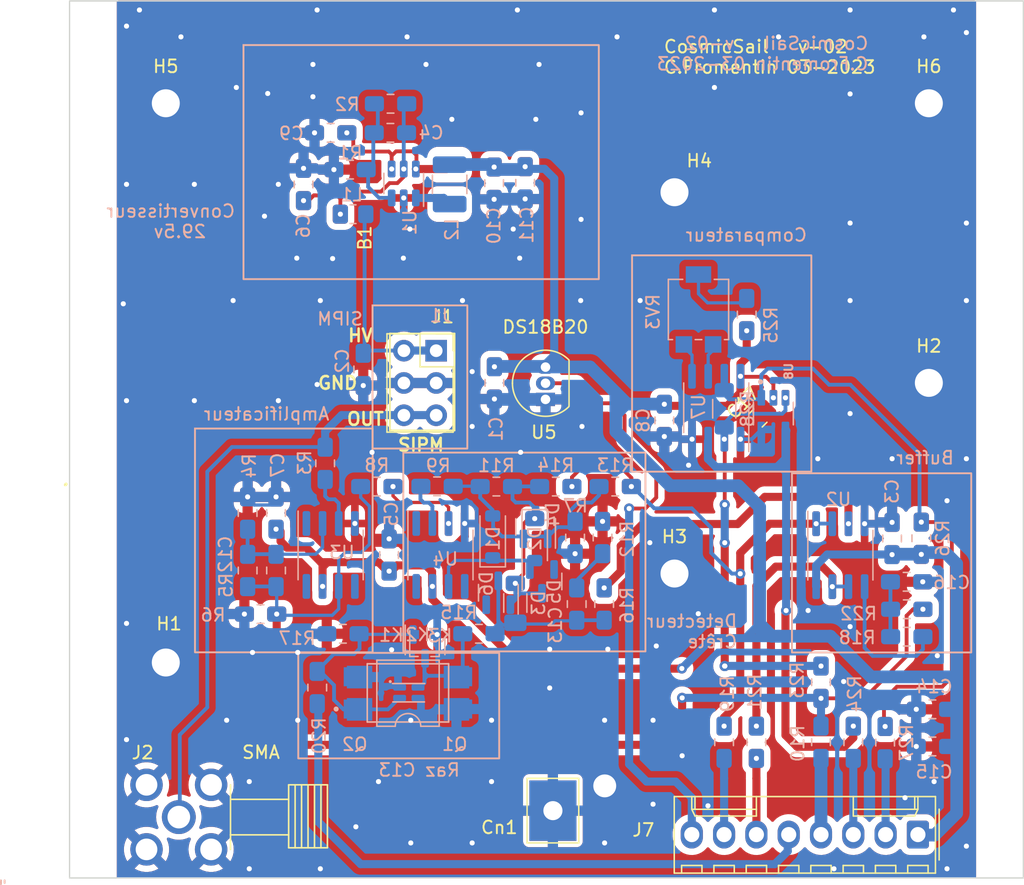
<source format=kicad_pcb>
(kicad_pcb (version 20221018) (generator pcbnew)
  (title_block (date "2023-04-17") (rev "V3"))
  (layers (0 "F.Cu" signal) (31 "B.Cu" signal) (34 "B.Paste" user) (35 "F.Paste" user) (36 "B.SilkS" user "B.Silkscreen") (37 "F.SilkS" user "F.Silkscreen") (38 "B.Mask" user) (39 "F.Mask" user) (44 "Edge.Cuts" user))
  (net 0 "")
  (net 1 "Net-(U1-FB)")
  (net 2 "Net-(U1-VOUT)")
  (net 3 "GND")
  (net 4 "Net-(D1-K)")
  (net 5 "/S_5V")
  (net 6 "Net-(U3--)")
  (net 7 "Net-(C13-Pad2)")
  (net 8 "Net-(J1-Pin_1)")
  (net 9 "Net-(D1-A)")
  (net 10 "Net-(D3-K)")
  (net 11 "Net-(J1-Pin_5)")
  (net 12 "Net-(D2-K)")
  (net 13 "Net-(U1-SW)")
  (net 14 "Net-(Q1-C)")
  (net 15 "Net-(Q1-B)")
  (net 16 "Net-(U3-+)")
  (net 17 "Net-(U4-+)")
  (net 18 "Net-(U4--)")
  (net 19 "Net-(U2A--)")
  (net 20 "Net-(U2A-+)")
  (net 21 "Net-(U2B-+)")
  (net 22 "Net-(U2B--)")
  (net 29 "/S_OUT Dac_Filtre")
  (net 30 "/S_COMPAR")
  (net 31 "/S_Out Amp")
  (net 32 "/S_RAZ Condo")
  (net 33 "/S_Out Detect")
  (net 34 "/S_Out Amp Filtre")
  (net 35 "/S_Out T° DS18")
  (net 36 "Net-(C12-Pad2)")
  (net 37 "Net-(C16-Pad1)")
  (net 38 "Net-(U7-+)")
  (net 39 "Net-(U7--)")
  (net 40 "Net-(R25-Pad2)")
  (net 41 "Net-(U8-OUT)")
  (net 42 "Net-(U7-STRB)")
  (net 43 "Net-(U7-BAL)")
  (footprint "MountingHole:MountingHole_2.2mm_M2_DIN965_Pad_TopBottom" (layer "F.Cu") (at 103.4486 78.0682)
    (fp_text reference "H3")
    (fp_text value "Board_SiMP")
  )
  (footprint "Connector_PinSocket_2.54mm:PinSocket_2x03_P2.54mm_Vertical" (layer "F.Cu") (at 84.7098 60.5362)
    (fp_text reference "J1")
    (fp_text value "WM17457-ND")
  )
  (footprint "COMPOSANT_CF:TE_221790-1" (layer "F.Cu") (at 64.4726 97.2312)
    (fp_text reference "J2")
    (fp_text value "221790-1")
  )
  (footprint "COMPOSANT_CF:TestPoint_THTPad_4.75x3.7mm_Drill1.5mm" (layer "F.Cu") (at 93.888 96.7232 90)
    (fp_text reference "Cn1")
    (fp_text value "GND")
  )
  (footprint "COMPOSANT_CF:Blindage_29.5" (layer "F.Cu") (at 71.282 38.0492)
    (fp_text reference "B1")
    (fp_text value "Blindage")
  )
  (footprint "MountingHole:MountingHole_2.2mm_M2_DIN965_Pad_TopBottom" (layer "F.Cu") (at 103.4486 48.0682)
    (fp_text reference "H4")
    (fp_text value "Board_SiMP")
  )
  (footprint "Package_TO_SOT_THT:TO-92_Inline" (layer "F.Cu") (at 93.306 64.3672 90)
    (fp_text reference "U5")
    (fp_text value "DS18B20")
  )
  (footprint "MountingHole:MountingHole_2.2mm_M2_DIN965_Pad_TopBottom" (layer "F.Cu") (at 123.4486 41.0682)
    (fp_text reference "H6")
    (fp_text value "Board_SiMP")
  )
  (footprint "MountingHole:MountingHole_2.2mm_M2_DIN965_Pad_TopBottom" (layer "F.Cu") (at 123.4486 63.0682)
    (fp_text reference "H2")
    (fp_text value "SiMP")
  )
  (footprint "MountingHole:MountingHole_2.2mm_M2_DIN965_Pad_TopBottom" (layer "F.Cu") (at 63.4486 41.0682)
    (fp_text reference "H5")
    (fp_text value "Board_SiMP")
  )
  (footprint "Connector_Molex:Molex_KK-254_AE-6410-08A_1x08_P2.54mm_Vertical" (layer "F.Cu") (at 122.5878 98.6064 180)
    (fp_text reference "J7")
    (fp_text value "Conn_01x08_Socket")
  )
  (footprint "Capacitor_SMD:C_0805_2012Metric" (layer "F.Cu") (at 110.013755 65.832049 45)
    (fp_text reference "C17")
    (fp_text value "C_0805_2012Metric")
  )
  (footprint "MountingHole:MountingHole_2.2mm_M2_DIN965_Pad_TopBottom" (layer "F.Cu") (at 63.4486 85.0682)
    (fp_text reference "H1")
    (fp_text value "SiMP")
  )
  (footprint "" (layer "F.Cu") (at 97.962804 94.774)
    (fp_text reference "")
    (fp_text value "")
  )
  (footprint "COMPOSANT_CF:R_0805_Muons" (layer "B.Cu") (at 121.712435 80.8772)
    (fp_text reference "R22")
    (fp_text value "100k")
  )
  (footprint "COMPOSANT_CF:R_0805_Muons" (layer "B.Cu") (at 109.1258 57.695499 90)
    (fp_text reference "R25")
    (fp_text value "3.3k")
  )
  (footprint "Package_TO_SOT_SMD:SOT-23" (layer "B.Cu") (at 89.596 79.5805 90)
    (fp_text reference "D6")
    (fp_text value "MDB301")
  )
  (footprint "COMPOSANT_CF:R_0805_Muons" (layer "B.Cu") (at 80.0428 71.2252 180)
    (fp_text reference "R8")
    (fp_text value "1k")
  )
  (footprint "COMPOSANT_CF:R_0805_Muons" (layer "B.Cu") (at 98.788 71.2252 180)
    (fp_text reference "R13")
    (fp_text value "10k")
  )
  (footprint "COMPOSANT_CF:R_0805_Muons" (layer "B.Cu") (at 109.8878 91.342 90)
    (fp_text reference "R21")
    (fp_text value "470")
  )
  (footprint "COMPOSANT_CF:R_0805_Muons" (layer "B.Cu") (at 114.9678 91.342 -90)
    (fp_text reference "R10")
    (fp_text value "470")
  )
  (footprint "COMPOSANT_CF:C_0805_Muons" (layer "B.Cu") (at 76.4128 43.395 180)
    (fp_text reference "C9")
    (fp_text value "1µF")
  )
  (footprint "COMPOSANT_CF:R_0805_Muons" (layer "B.Cu") (at 77.3758 82.8076 180)
    (fp_text reference "R17")
    (fp_text value "10k")
  )
  (footprint "Diode_SMD:D_SOD-123" (layer "B.Cu") (at 89.154 75.185 90)
    (fp_text reference "D1")
    (fp_text value "D_Schottky")
  )
  (footprint "COMPOSANT_CF:C_0805_Muons" (layer "B.Cu") (at 78.976 62.0089 -90)
    (fp_text reference "C2")
    (fp_text value "1µF")
  )
  (footprint "Diode_SMD:D_SOD-123" (layer "B.Cu") (at 92.456 75.3984 -90)
    (fp_text reference "D2")
    (fp_text value "D_Schottky")
  )
  (footprint "COMPOSANT_CF:R_0805_Muons" (layer "B.Cu") (at 117.5078 91.342 -90)
    (fp_text reference "R24")
    (fp_text value "1k")
  )
  (footprint "COMPOSANT_CF:R_0805_Muons" (layer "B.Cu") (at 121.712435 83.0362 180)
    (fp_text reference "R18")
    (fp_text value "10k")
  )
  (footprint "Resistor_SMD:R_0805_2012Metric_Pad1.20x1.40mm_HandSolder" (layer "B.Cu") (at 78.1748 49.7958 180)
    (fp_text reference "L1")
    (fp_text value "Ferrite Bead")
  )
  (footprint "COMPOSANT_CF:R_0805_Muons" (layer "B.Cu") (at 97.917 80.4672 -90)
    (fp_text reference "R16")
    (fp_text value "10k")
  )
  (footprint "COMPOSANT_CF:R_0805_Muons" (layer "B.Cu") (at 69.8828 73.308 -90)
    (fp_text reference "R4")
    (fp_text value "1k")
  )
  (footprint "Package_SO:SOIC-8_3.9x4.9mm_P1.27mm" (layer "B.Cu") (at 85.0466 76.6054 -90)
    (fp_text reference "U4")
    (fp_text value "LT1806")
  )
  (footprint "COMPOSANT_CF:C_0805_Muons" (layer "B.Cu") (at 81.008 76.61 90)
    (fp_text reference "C5")
    (fp_text value "0.1µF")
  )
  (footprint "Potentiometer_SMD:Potentiometer_Bourns_3314G_Vertical" (layer "B.Cu") (at 105.3346 57.293999)
    (fp_text reference "RV3")
    (fp_text value "5k")
  )
  (footprint "COMPOSANT_CF:G3VM-81UR" (layer "B.Cu") (at 85.593004 85.9602)
    (fp_text reference "K3")
    (fp_text value "G3VM-81UR")
  )
  (footprint "COMPOSANT_CF:R_0805_Muons" (layer "B.Cu") (at 70.8988 81.2582)
    (fp_text reference "R6")
    (fp_text value "10k")
  )
  (footprint "Resistor_SMD:R_1206_3216Metric" (layer "B.Cu") (at 107.360804 65.1068 90)
    (fp_text reference "R28")
    (fp_text value "R_1206_3216Metric")
  )
  (footprint "COMPOSANT_CF:R_0805_Muons" (layer "B.Cu") (at 95.631 75.2384 90)
    (fp_text reference "R7")
    (fp_text value "100k")
  )
  (footprint "COMPOSANT_CF:C_0805_Muons" (layer "B.Cu") (at 74.2792 47.459 90)
    (fp_text reference "C6")
    (fp_text value "0.47µF")
  )
  (footprint "COMPOSANT_CF:R_0805_Muons" (layer "B.Cu") (at 84.7766 71.2064)
    (fp_text reference "R9")
    (fp_text value "1k")
  )
  (footprint "COMPOSANT_CF:R_0805_Muons" (layer "B.Cu") (at 77.9368 46.2906)
    (fp_text reference "R1")
    (fp_text value "10k")
  )
  (footprint "COMPOSANT_CF:R_0805_Muons" (layer "B.Cu") (at 75.9788 69.3964 -90)
    (fp_text reference "R3")
    (fp_text value "1k")
  )
  (footprint "COMPOSANT_CF:C_0805_Muons" (layer "B.Cu") (at 91.7036 47.3281 -90)
    (fp_text reference "C11")
    (fp_text value "0.1µF")
  )
  (footprint "COMPOSANT_CF:R_0805_Muons" (layer "B.Cu") (at 114.9678 86.617599 -90)
    (fp_text reference "R23")
    (fp_text value "1k")
  )
  (footprint "COMPOSANT_CF:R_0805_Muons" (layer "B.Cu") (at 75.356804 87.04 90)
    (fp_text reference "R20")
    (fp_text value "470")
  )
  (footprint "COMPOSANT_CF:C_0805_Muons" (layer "B.Cu") (at 121.698801 78.7182)
    (fp_text reference "C16")
    (fp_text value "100nF")
  )
  (footprint "COMPOSANT_CF:C_0805_Muons" (layer "B.Cu") (at 123.7308 91.6722 180)
    (fp_text reference "C15")
    (fp_text value "10µF")
  )
  (footprint "Resistor_SMD:R_1206_3216Metric_Pad1.30x1.75mm_HandSolder" (layer "B.Cu") (at 90.932 80.39 90)
    (fp_text reference "D3")
    (fp_text value "D_Schottky")
  )
  (footprint "COMPOSANT_CF:R_0805_Muons" (layer "B.Cu") (at 88.0692 82.8076)
    (fp_text reference "R15")
    (fp_text value "1k")
  )
  (footprint "Package_SO:SOIC-8_3.9x4.9mm_P1.27mm" (layer "B.Cu") (at 76.4106 76.6054 -90)
    (fp_text reference "U3")
    (fp_text value "LT1806")
  )
  (footprint "COMPOSANT_CF:SOT95P280X145-5N" (layer "B.Cu") (at 111.223799 65.4852 -90)
    (fp_text reference "U8")
    (fp_text value "MAX988EUK+")
  )
  (footprint "COMPOSANT_CF:C_0805_Muons" (layer "B.Cu") (at 95.758 80.4708 90)
    (fp_text reference "C13")
    (fp_text value "4.7nF")
  )
  (footprint "COMPOSANT_CF:R_0805_Muons" (layer "B.Cu") (at 81.1212 41.109)
    (fp_text reference "R2")
    (fp_text value "226k")
  )
  (footprint "COMPOSANT_CF:C_0805_Muons" (layer "B.Cu") (at 72.118 73.308 90)
    (fp_text reference "C7")
    (fp_text value "0.1µF")
  )
  (footprint "COMPOSANT_CF:C_0805_Muons" (layer "B.Cu") (at 89.2652 47.3574 -90)
    (fp_text reference "C10")
    (fp_text value "10µF")
  )
  (footprint "COMPOSANT_CF:C_0805_Muons" (layer "B.Cu") (at 81.1079 43.395)
    (fp_text reference "C4")
    (fp_text value "22pF")
  )
  (footprint "COMPOSANT_CF:R_0805_Muons" (layer "B.Cu") (at 97.79 75.2348 -90)
    (fp_text reference "R12")
    (fp_text value "1k")
  )
  (footprint "COMPOSANT_CF:R_0805_Muons" (layer "B.Cu") (at 120.010004 91.3704 90)
    (fp_text reference "R27")
    (fp_text value "470")
  )
  (footprint "Package_SO:SOIC-8_3.9x4.9mm_P1.27mm" (layer "B.Cu") (at 106.7316 65.022999 90)
    (fp_text reference "U7")
    (fp_text value "LM311")
  )
  (footprint "COMPOSANT_CF:C_0805_Muons" (layer "B.Cu") (at 123.7308 88.7512 180)
    (fp_text reference "C14")
    (fp_text value "0.1µF")
  )
  (footprint "COMPOSANT_CF:R_0805_Muons" (layer "B.Cu") (at 89.4408 71.2252)
    (fp_text reference "R11")
    (fp_text value "4.7M")
  )
  (footprint "Package_TO_SOT_SMD:SOT-23" (layer "B.Cu") (at 93.03 78.6915 -90)
    (fp_text reference "D5")
    (fp_text value "MDB301")
  )
  (footprint "COMPOSANT_CF:RELAY_G3VM-41DY" (layer "B.Cu") (at 82.488404 87.4588)
    (fp_text reference "K2")
    (fp_text value "G3VM-41DY")
  )
  (footprint "Resistor_SMD:R_1210_3225Metric_Pad1.30x2.65mm_HandSolder" (layer "B.Cu") (at 85.767801 47.4508 90)
    (fp_text reference "L2")
    (fp_text value "47µH")
  )
  (footprint "Package_SO:SOIC-8_3.9x4.9mm_P1.27mm" (layer "B.Cu") (at 116.4918 76.6242 -90)
    (fp_text reference "U2")
    (fp_text value "AD823A")
  )
  (footprint "COMPOSANT_CF:C_0805_Muons" (layer "B.Cu") (at 120.5558 75.3107 90)
    (fp_text reference "C3")
    (fp_text value "0.1µF")
  )
  (footprint "COMPOSANT_CF:G3VM-21GR1" (layer "B.Cu") (at 82.494204 87.4842)
    (fp_text reference "K1")
    (fp_text value "G3VM-21GR1")
  )
  (footprint "COMPOSANT_CF:R_0805_Muons" (layer "B.Cu") (at 107.3478 91.342 90)
    (fp_text reference "R19")
    (fp_text value "470")
  )
  (footprint "COMPOSANT_CF:R_0805_Muons" (layer "B.Cu") (at 94.1144 71.2252 180)
    (fp_text reference "R14")
    (fp_text value "10k")
  )
  (footprint "Package_TO_SOT_SMD:SOT-23" (layer "B.Cu") (at 92.527204 74.400901 90)
    (fp_text reference "D4")
    (fp_text value "MDB301")
  )
  (footprint "Package_TO_SOT_SMD:SOT-23" (layer "B.Cu") (at 83.836001 83.8025 -90)
    (fp_text reference "Q2")
    (fp_text value "BSS138")
  )
  (footprint "COMPOSANT_CF:C_0805_Muons" (layer "B.Cu") (at 89.2884 63.0679 -90)
    (fp_text reference "C1")
    (fp_text value "0.1µF")
  )
  (footprint "COMPOSANT_CF:R_0805_Muons" (layer "B.Cu") (at 72.118 77.8264 -90)
    (fp_text reference "R5")
    (fp_text value "7.5k")
  )
  (footprint "COMPOSANT_CF:R_0805_Muons" (layer "B.Cu") (at 122.854804 75.2922 90)
    (fp_text reference "R26")
    (fp_text value "1k")
  )
  (footprint "Package_TO_SOT_SMD:TSOT-23-6" (layer "B.Cu") (at 82.157801 47.3808 90)
    (fp_text reference "U1")
    (fp_text value "LT3461")
  )
  (footprint "COMPOSANT_CF:C_0805_Muons" (layer "B.Cu") (at 69.8828 77.8292 -90)
    (fp_text reference "C12")
    (fp_text value "10pF")
  )
  (footprint "Package_TO_SOT_SMD:SOT-323_SC-70" (layer "B.Cu") (at 83.789999 83.865001 -90)
    (fp_text reference "Q1")
    (fp_text value "BMBT3904")
  )
  (footprint "COMPOSANT_CF:C_0805_Muons" (layer "B.Cu") (at 102.6488 66.0182 -90)
    (fp_text reference "C8")
    (fp_text value "0.1µF")
  )
  (gr_rect (start 82.1236 68.5532) (end 101.164 84.1936) (stroke (width 0.15)) (fill none) (layer "B.SilkS"))
  (gr_rect (start 65.7436 66.6612) (end 79.7128 84.266) (stroke (width 0.15)) (fill none) (layer "B.SilkS"))
  (gr_line (start 50.4868 102.21228) (end 50.4868 102.498) (stroke (width 0.15)) (layer "B.SilkS"))
  (gr_rect (start 100.111 53.0352) (end 114.208 70.0532) (stroke (width 0.15)) (fill none) (layer "B.SilkS"))
  (gr_line (start 50.77251 102.41228) (end 50.77251 102.21228) (stroke (width 0.15)) (layer "B.SilkS"))
  (gr_rect (start 112.684 70.1802) (end 126.781 84.2772) (stroke (width 0.15)) (fill none) (layer "B.SilkS"))
  (gr_rect (start 73.864 84.3112) (end 89.664 92.6112) (stroke (width 0.15)) (fill none) (layer "B.SilkS"))
  (gr_rect (start 79.704562 56.9722) (end 87.157 68.234638) (stroke (width 0.15)) (fill none) (layer "B.SilkS"))
  (gr_rect (start 69.557 36.491) (end 97.497 54.906) (stroke (width 0.15)) (fill none) (layer "B.SilkS"))
  (gr_line (start 86.1498 59.1902) (end 81.0698 59.1902) (stroke (width 0.15)) (layer "F.SilkS"))
  (gr_line (start 55.55675 71.08556) (end 55.60437 71.03794) (stroke (width 0.25)) (layer "F.SilkS"))
  (gr_line (start 81.0698 66.8102) (end 86.1498 66.8102) (stroke (width 0.15)) (layer "F.SilkS"))
  (gr_line (start 86.1498 66.8102) (end 86.1498 59.1902) (stroke (width 0.15)) (layer "F.SilkS"))
  (gr_line (start 81.0698 59.1902) (end 81.0698 66.8102) (stroke (width 0.15)) (layer "F.SilkS"))
  (gr_rect (start 55.88 33.02) (end 130.88 102.02) (stroke (width 0.1)) (fill none) (layer "Edge.Cuts"))
  (gr_text "Amplificateur" (at 76.398204 66.0974) (layer "B.SilkS") (effects (font (size 1 1)) (justify left bottom mirror)))
  (gr_text "Raz C13\n" (at 86.664 94.1112) (layer "B.SilkS") (effects (font (size 1 1)) (justify left bottom mirror)))
  (gr_text "Convertisseur\n   29.5v" (at 68.981404 51.7464) (layer "B.SilkS") (effects (font (size 1 1)) (justify left bottom mirror)))
  (gr_text "Detecteur\nCrête" (at 108.464 84.0112) (layer "B.SilkS") (effects (font (size 1 1)) (justify left bottom mirror)))
  (gr_text "Comparateur" (at 113.954 52.0192) (layer "B.SilkS") (effects (font (size 1 1)) (justify left bottom mirror)))
  (gr_text "Buffer" (at 125.511 69.5452) (layer "B.SilkS") (effects (font (size 1 1)) (justify left bottom mirror)))
  (gr_text "SIPM" (at 79.029 58.6232) (layer "B.SilkS") (effects (font (size 1 1)) (justify left bottom mirror)))
  (gr_text "CosmicSail   v-02\nC.Fromentin 03-2023" (at 118.78 38.5572) (layer "B.SilkS") (effects (font (size 1 1)) (justify left bottom mirror)))
  (gr_text "J1" (at 86.014 58.3692) (layer "B.SilkS") (effects (font (size 1 1)) (justify left bottom mirror)))
  (gr_text "DS18B20" (at 89.824 59.2582) (layer "F.SilkS") (effects (font (size 1 1)) (justify left bottom)))
  (gr_text "CosmicSail   v-02\nC.Fromentin 03-2023" (at 102.524 38.8112) (layer "F.SilkS") (effects (font (size 1 1)) (justify left bottom)))
  (gr_text "SMA" (at 69.362404 92.7166) (layer "F.SilkS") (effects (font (size 1 1)) (justify left bottom)))
  (gr_text "SIPM" (at 81.5944 68.5292) (layer "F.SilkS") (effects (font (size 1 1) (thickness 0.2) bold) (justify left bottom)))
  (gr_text "HV" (at 77.668204 59.9252) (layer "F.SilkS") (effects (font (size 1 1) (thickness 0.2) bold) (justify left bottom)))
  (gr_text "GND" (at 75.306004 63.659) (layer "F.SilkS") (effects (font (size 1 1) (thickness 0.2) bold) (justify left bottom)))
  (gr_text "OUT" (at 77.5812 66.4972) (layer "F.SilkS") (effects (font (size 1 1) (thickness 0.2) bold) (justify left bottom)))
  (segment (start 79.1052 46.2788) (end 79.3592 46.2788) (width 0.3) (layer "B.Cu") (net 1))
  (segment (start 79.3592 47.6504) (end 79.3592 46.5882) (width 0.3) (layer "B.Cu") (net 1))
  (segment (start 81.147801 48.639) (end 81.207801 48.699) (width 0.25) (layer "B.Cu") (net 1))
  (segment (start 79.3592 45.9232) (end 79.3592 46.2788) (width 0.3) (layer "B.Cu") (net 1))
  (segment (start 80.0704 43.3832) (end 79.7656 43.688) (width 0.3) (layer "B.Cu") (net 1))
  (segment (start 79.3592 46.5882) (end 79.3592 46.5328) (width 0.3) (layer "B.Cu") (net 1))
  (segment (start 79.7656 45.8724) (end 79.41 46.228) (width 0.3) (layer "B.Cu") (net 1))
  (segment (start 79.7656 43.688) (end 79.7656 45.8724) (width 0.3) (layer "B.Cu") (net 1))
  (segment (start 79.3592 46.0248) (end 79.1052 46.2788) (width 0.3) (layer "B.Cu") (net 1))
  (segment (start 79.3592 45.9232) (end 79.3592 46.0248) (width 0.3) (layer "B.Cu") (net 1))
  (segment (start 81.147801 48.639) (end 81.207801 48.699) (width 0.25) (layer "B.Cu") (net 1))
  (segment (start 81.207801 48.5065) (end 80.2153 48.5065) (width 0.3) (layer "B.Cu") (net 1))
  (segment (start 80.2153 48.5065) (end 79.3592 47.6504) (width 0.3) (layer "B.Cu") (net 1))
  (segment (start 79.3592 46.2788) (end 79.3592 46.5882) (width 0.3) (layer "B.Cu") (net 1))
  (segment (start 80.1212 41.0972) (end 80.1212 43.434) (width 0.3) (layer "B.Cu") (net 1))
  (segment (start 79.3592 46.5328) (end 79.1052 46.2788) (width 0.3) (layer "B.Cu") (net 1))
  (segment (start 82.157801 46.8508) (end 81.657801 47.3508) (width 0.3) (layer "F.Cu") (net 2))
  (segment (start 77.378 48.3226) (end 77.4034 48.348) (width 0.3) (layer "F.Cu") (net 2))
  (segment (start 76.9208 48.3226) (end 75.2308 48.3226) (width 0.3) (layer "F.Cu") (net 2))
  (segment (start 74.711 48.6918) (end 74.33 48.6918) (width 0.3) (layer "F.Cu") (net 2))
  (segment (start 82.157801 46.2433) (end 82.157801 46.8508) (width 0.3) (layer "F.Cu") (net 2))
  (segment (start 77.1748 48.5766) (end 76.9208 48.3226) (width 0.3) (layer "F.Cu") (net 2))
  (segment (start 77.1748 48.5766) (end 77.1748 49.8466) (width 0.3) (layer "F.Cu") (net 2))
  (segment (start 80.3752 48.0178) (end 77.7336 48.0178) (width 0.3) (layer "F.Cu") (net 2))
  (segment (start 81.657801 47.3508) (end 81.0422 47.3508) (width 0.3) (layer "F.Cu") (net 2))
  (segment (start 76.9208 48.3226) (end 77.378 48.3226) (width 0.3) (layer "F.Cu") (net 2))
  (segment (start 75.2308 48.3226) (end 75.219 48.3108) (width 0.3) (layer "F.Cu") (net 2))
  (segment (start 77.4034 48.348) (end 77.1748 48.5766) (width 0.3) (layer "F.Cu") (net 2))
  (segment (start 77.7336 48.0178) (end 77.4034 48.348) (width 0.3) (layer "F.Cu") (net 2))
  (segment (start 75.092 48.3108) (end 74.711 48.6918) (width 0.3) (layer "F.Cu") (net 2))
  (segment (start 81.0422 47.3508) (end 80.3752 48.0178) (width 0.3) (layer "F.Cu") (net 2))
  (segment (start 75.219 48.3108) (end 75.092 48.3108) (width 0.3) (layer "F.Cu") (net 2))
  (segment (start 82.157801 46.2315) (end 82.157801 41.254201) (width 0.3) (layer "B.Cu") (net 2))
  (segment (start 82.157801 41.254201) (end 82.1532 41.2496) (width 0.3) (layer "B.Cu") (net 2))
  (segment (start 82.2526 76.0324) (end 81.8716 75.6514) (width 0.635) (layer "F.Cu") (net 3))
  (segment (start 86.9516 75.1634) (end 86.0826 76.0324) (width 0.635) (layer "F.Cu") (net 3))
  (segment (start 81.8716 75.6514) (end 78.9506 75.6514) (width 0.635) (layer "F.Cu") (net 3))
  (segment (start 78.9506 75.6514) (end 78.3156 75.0164) (width 0.635) (layer "F.Cu") (net 3))
  (segment (start 86.9516 74.1304) (end 86.9516 75.1634) (width 0.635) (layer "F.Cu") (net 3))
  (segment (start 78.3156 75.0164) (end 78.3156 74.2544) (width 0.635) (layer "F.Cu") (net 3))
  (segment (start 103.2702 48.0662) (end 103.62941 48.0662) (width 0.254) (layer "F.Cu") (net 3))
  (segment (start 103.62941 48.0662) (end 103.2702 48.0662) (width 0.254) (layer "F.Cu") (net 3))
  (segment (start 86.0826 76.0324) (end 82.2526 76.0324) (width 0.635) (layer "F.Cu") (net 3))
  (via (at 71.462 40.301) (size 0.8) (drill 0.4) (layers "F.Cu" "B.Cu") (net 3))
  (via (at 98.93 35.846) (size 0.8) (drill 0.4) (layers "F.Cu" "B.Cu") (net 3))
  (via (at 117.256 56.5912) (size 0.8) (drill 0.4) (layers "F.Cu" "B.Cu") (net 3))
  (via (at 91.348 68.5292) (size 0.8) (drill 0.4) (layers "F.Cu" "B.Cu") (net 3))
  (via (at 60.36 47.4472) (size 0.8) (drill 0.4) (layers "F.Cu" "B.Cu") (net 3))
  (via (at 105.318 81.2292) (size 0.8) (drill 0.4) (layers "F.Cu" "B.Cu") (net 3))
  (via (at 120.558 69.0372) (size 0.8) (drill 0.4) (layers "F.Cu" "B.Cu") (net 3))
  (via (at 96.1 50.207) (size 0.8) (drill 0.4) (layers "F.Cu" "B.Cu") (net 3))
  (via (at 73.822 84.2772) (size 0.8) (drill 0.4) (layers "F.Cu" "B.Cu") (net 3))
  (via (at 64.64 35.846) (size 0.8) (drill 0.4) (layers "F.Cu" "B.Cu") (net 3))
  (via (at 124.876 101.2952) (size 0.8) (drill 0.4) (layers "F.Cu" "B.Cu") (net 3))
  (via (at 124.114 84.5312) (size 0.8) (drill 0.4) (layers "F.Cu" "B.Cu") (net 3))
  (via (at 87.538 99.2632) (size 0.8) (drill 0.4) (layers "F.Cu" "B.Cu") (net 3))
  (via (at 82.712 99.2632) (size 0.8) (drill 0.4) (layers "F.Cu" "B.Cu") (net 3))
  (via (at 68.996 39.8272) (size 0.8) (drill 0.4) (layers "F.Cu" "B.Cu") (net 3))
  (via (at 106.08 96.3422) (size 0.8) (drill 0.4) (layers "F.Cu" "B.Cu") (net 3))
  (via (at 91.094 33.7312) (size 0.8) (drill 0.4) (layers "F.Cu" "B.Cu") (net 3))
  (via (at 101.762 89.6112) (size 0.8) (drill 0.4) (layers "F.Cu" "B.Cu") (net 3))
  (via (at 86.776 56.5912) (size 0.8) (drill 0.4) (layers "F.Cu" "B.Cu") (net 3))
  (via (at 82.42 35.846) (size 0.8) (drill 0.4) (layers "F.Cu" "B.Cu") (net 3))
  (via (at 75.018 38.015) (size 0.8) (drill 0.4) (layers "F.Cu" "B.Cu") (net 3))
  (via (at 87.538 66.4972) (size 0.8) (drill 0.4) (layers "F.Cu" "B.Cu") (net 3))
  (via (at 80.172 94.4372) (size 0.8) (drill 0.4) (layers "F.Cu" "B.Cu") (net 3))
  (via (at 91.274 53.255) (size 0.8) (drill 0.4) (layers "F.Cu" "B.Cu") (net 3))
  (via (at 126.4 50.4952) (size 0.8) (drill 0.4) (layers "F.Cu" "B.Cu") (net 3))
  (via (at 76.5652 53.2892) (size 0.8) (drill 0.4) (layers "F.Cu" "B.Cu") (net 3))
  (via (at 75.6 56.5912) (size 0.8) (drill 0.4) (layers "F.Cu" "B.Cu") (net 3))
  (via (at 101.762 96.2152) (size 0.8) (drill 0.4) (layers "F.Cu" "B.Cu") (net 3))
  (via (at 116.748 86.5632) (size 0.8) (drill 0.4) (layers "F.Cu" "B.Cu") (net 3))
  (via (at 100.746 56.5912) (size 0.8) (drill 0.4) (layers "F.Cu" "B.Cu") (net 3))
  (via (at 71.208 49.953) (size 0.8) (drill 0.4) (layers "F.Cu" "B.Cu") (net 3))
  (via (at 92.544 42.333) (size 0.8) (drill 0.4) (layers "F.Cu" "B.Cu") (net 3))
  (via (at 123.86 94.4372) (size 0.8) (drill 0.4) (layers "F.Cu" "B.Cu") (net 3))
  (via (at 89.062 89.6112) (size 0.8) (drill 0.4) (layers "F.Cu" "B.Cu") (net 3))
  (via (at 60.106 56.8452) (size 0.8) (drill 0.4) (layers "F.Cu" "B.Cu") (net 3))
  (via (at 96.1 41.825) (size 0.8) (drill 0.4) (layers "F.Cu" "B.Cu") (net 3))
  (via (at 121.574 95.7072) (size 0.8) (drill 0.4) (layers "F.Cu" "B.Cu") (net 3))
  (via (at 72.298 47.4472) (size 0.8) (drill 0.4) (layers "F.Cu" "B.Cu") (net 3))
  (via (at 61.376 33.7312) (size 0.8) (drill 0.4) (layers "F.Cu" "B.Cu") (net 3))
  (via (at 75.346 33.7312) (size 0.8) (drill 0.4) (layers "F.Cu" "B.Cu") (net 3))
  (via (at 68.742 56.5912) (size 0.8) (drill 0.4) (layers "F.Cu" "B.Cu") (net 3))
  (via (at 70.012 94.4372) (size 0.8) (drill 0.4) (layers "F.Cu" "B.Cu") (net 3))
  (via (at 70.012 101.2952) (size 0.8) (drill 0.4) (layers "F.Cu" "B.Cu") (net 3))
  (via (at 124.876 72.3392) (size 0.8) (drill 0.4) (layers "F.Cu" "B.Cu") (net 3))
  (via (at 82.638 50.969) (size 0.8) (drill 0.4) (layers "F.Cu" "B.Cu") (net 3))
  (via (at 96.174 66.4972) (size 0.8) (drill 0.4) (layers "F.Cu" "B.Cu") (net 3))
  (via (at 97.952 89.6112) (size 0.8) (drill 0.4) (layers "F.Cu" "B.Cu") (net 3))
  (via (at 115.986 101.2952) (size 0.8) (drill 0.4) (layers "F.Cu" "B.Cu") (net 3))
  (via (at 87.538 62.1792) (size 0.8) (drill 0.4) (layers "F.Cu" "B.Cu") (net 3))
  (via (at 126.4 99.5172) (size 0.8) (drill 0.4) (layers "F.Cu" "B.Cu") (net 3))
  (via (at 101.508 75.6412) (size 0.8) (drill 0.4) (layers "F.Cu" "B.Cu") (net 3))
  (via (at 75.018 40.555) (size 0.8) (drill 0.4) (layers "F.Cu" "B.Cu") (net 3))
  (via (at 123.06 35.846) (size 0.8) (drill 0.4) (layers "F.Cu" "B.Cu") (net 3))
  (via (at 96.0724 56.5912) (size 0.8) (drill 0.4) (layers "F.Cu" "B.Cu") (net 3))
  (via (at 117.256 40.3352) (size 0.8) (drill 0.4) (layers "F.Cu" "B.Cu") (net 3))
  (via (at 60.36 91.1352) (size 0.8) (drill 0.4) (layers "F.Cu" "B.Cu") (net 3))
  (via (at 117.256 50.4952) (size 0.8) (drill 0.4) (layers "F.Cu" "B.Cu") (net 3))
  (via (at 117.256 33.7312) (size 0.8) (drill 0.4) (layers "F.Cu" "B.Cu") (net 3))
  (via (at 60.36 35.0012) (size 0.8) (drill 0.4) (layers "F.Cu" "B.Cu") (net 3))
  (via (at 106.588 39.8272) (size 0.8) (drill 0.4) (layers "F.Cu" "B.Cu") (net 3))
  (via (at 104.556 69.5452) (size 0.8) (drill 0.4) (layers "F.Cu" "B.Cu") (net 3))
  (via (at 81.205271 84.067562) (size 0.8) (drill 0.4) (layers "F.Cu" "B.Cu") (net 3))
  (via (at 97.952 99.2632) (size 0.8) (drill 0.4) (layers "F.Cu" "B.Cu") (net 3))
  (via (at 90.766 50.969) (size 0.8) (drill 0.4) (layers "F.Cu" "B.Cu") (net 3))
  (via (at 126.4 56.5912) (size 0.8) (drill 0.4) (layers "F.Cu" "B.Cu") (net 3))
  (via (at 82.712 89.6112) (size 0.8) (drill 0.4) (layers "F.Cu" "B.Cu") (net 3))
  (via (at 78.394 97.9932) (size 0.8) (drill 0.4) (layers "F.Cu" "B.Cu") (net 3))
  (via (at 114.716 69.0372) (size 0.8) (drill 0.4) (layers "F.Cu" "B.Cu") (net 3))
  (via (at 117.256 65.4812) (size 0.8) (drill 0.4) (layers "F.Cu" "B.Cu") (net 3))
  (via (at 125.384 33.7312) (size 0.8) (drill 0.4) (layers "F.Cu" "B.Cu") (net 3))
  (via (at 102.016 83.7692) (size 0.8) (drill 0.4) (layers "F.Cu" "B.Cu") (net 3))
  (via (at 79.664 68.5292) (size 0.8) (drill 0.4) (layers "F.Cu" "B.Cu") (net 3))
  (via (at 82.13 53.255) (size 0.8) (drill 0.4) (layers "F.Cu" "B.Cu") (net 3))
  (via (at 98.206 84.0232) (size 0.8) (drill 0.4) (layers "F.Cu" "B.Cu") (net 3))
  (via (at 93.634 84.0232) (size 0.8) (drill 0.4) (layers "F.Cu" "B.Cu") (net 3))
  (via (at 117.256 82.2452) (size 0.8) (drill 0.4) (layers "F.Cu" "B.Cu") (net 3))
  (via (at 126.4 69.0372) (size 0.8) (drill 0.4) (layers "F.Cu" "B.Cu") (net 3))
  (via (at 89.062 94.4372) (size 0.8) (drill 0.4) (layers "F.Cu" "B.Cu") (net 3))
  (via (at 70.266 84.2772) (size 0.8) (drill 0.4) (layers "F.Cu" "B.Cu") (net 3))
  (via (at 75.346 63.1952) (size 0.8) (drill 0.4) (layers "F.Cu" "B.Cu") (net 3))
  (via (at 73.822 89.6112) (size 0.8) (drill 0.4) (layers "F.Cu" "B.Cu") (net 3))
  (via (at 73.748 53.255) (size 0.8) (drill 0.4) (layers "F.Cu" "B.Cu") (net 3))
  (via (at 93.634 87.0712) (size 0.8) (drill 0.4) (layers "F.Cu" "B.Cu") (net 3))
  (via (at 72.298 64.4652) (size 0.8) (drill 0.4) (layers "F.Cu" "B.Cu") (net 3))
  (via (at 65.694 64.4652) (size 0.8) (drill 0.4) (layers "F.Cu" "B.Cu") (net 3))
  (via (at 92.798 38.015) (size 0.8) (drill 0.4) (layers "F.Cu" "B.Cu") (net 3))
  (via (at 106.588 33.7312) (size 0.8) (drill 0.4) (layers "F.Cu" "B.Cu") (net 3))
  (via (at 83.908 38.015) (size 0.8) (drill 0.4) (layers "F.Cu" "B.Cu") (net 3))
  (via (at 104.048 92.4052) (size 0.8) (drill 0.4) (layers "F.Cu" "B.Cu") (net 3))
  (via (at 65.694 47.4472) (size 0.8) (drill 0.4) (layers "F.Cu" "B.Cu") (net 3))
  (via (at 75.6 101.2952) (size 0.8) (drill 0.4) (layers "F.Cu" "B.Cu") (net 3))
  (via (at 126.4 35.5092) (size 0.8) (drill 0.4) (layers "F.Cu" "B.Cu") (net 3))
  (via (at 111.63 35.846) (size 0.8) (drill 0.4) (layers "F.Cu" "B.Cu") (net 3))
  (via (at 60.36 64.4652) (size 0.8) (drill 0.4) (layers "F.Cu" "B.Cu") (net 3))
  (via (at 113.954 80.9752) (size 0.8) (drill 0.4) (layers "F.Cu" "B.Cu") (net 3))
  (via (at 60.36 81.9912) (size 0.8) (drill 0.4) (layers "F.Cu" "B.Cu") (net 3))
  (via (at 85.94 42.333) (size 0.8) (drill 0.4) (layers "F.Cu" "B.Cu") (net 3))
  (via (at 68.234 89.6112) (size 0.8) (drill 0.4) (layers "F.Cu" "B.Cu") (net 3))
  (segment (start 109.524201 67.497999) (end 110.271 66.7512) (width 0.3) (layer "B.Cu") (net 3))
  (segment (start 102.731599 67.486199) (end 102.6488 67.4034) (width 0.635) (layer "B.Cu") (net 3))
  (segment (start 103.62941 48.0544) (end 103.2702 48.0544) (width 0.254) (layer "B.Cu") (net 3))
  (segment (start 91.7036 48.353801) (end 91.441801 48.6156) (width 1) (layer "B.Cu") (net 3))
  (segment (start 72.4736 72.6756) (end 70.398599 72.6756) (width 0.254) (layer "B.Cu") (net 3))
  (segment (start 89.5424 64.3554) (end 89.3392 64.1522) (width 0.635) (layer "B.Cu") (net 3))
  (segment (start 82.0002 63.0544) (end 82.35941 63.0544) (width 0.254) (layer "B.Cu") (net 3))
  (segment (start 119.917801 74.1374) (end 119.920801 74.134402) (width 0.254) (layer "B.Cu") (net 3))
  (segment (start 91.441801 48.6156) (end 89.087397 48.6156) (width 1) (layer "B.Cu") (net 3))
  (segment (start 84.89941 63.0544) (end 84.5402 63.0544) (width 0.254) (layer "B.Cu") (net 3))
  (segment (start 84.7098 63.0644) (end 82.0958 63.0644) (width 0.635) (layer "B.Cu") (net 3))
  (segment (start 89.1128 48.768) (end 89.1128 48.5648) (width 1) (layer "B.Cu") (net 3))
  (segment (start 108.6366 67.497999) (end 109.524201 67.497999) (width 0.3) (layer "B.Cu") (net 3))
  (segment (start 89.3196 64.3672) (end 89.316 64.3636) (width 1) (layer "B.Cu") (net 3))
  (segment (start 82.1798 63.0044) (end 82.0998 63.0044) (width 0.3) (layer "B.Cu") (net 3))
  (segment (start 103.2702 48.0544) (end 103.62941 48.0544) (width 0.254) (layer "B.Cu") (net 3))
  (segment (start 118.396801 74.1374) (end 119.917801 74.1374) (width 0.3) (layer "B.Cu") (net 3))
  (segment (start 82.35941 63.0544) (end 82.0002 63.0544) (width 0.254) (layer "B.Cu") (net 3))
  (segment (start 93.306 64.3672) (end 89.3196 64.3672) (width 1) (layer "B.Cu") (net 3))
  (segment (start 84.5402 63.0544) (end 84.89941 63.0544) (width 0.254) (layer "B.Cu") (net 3))
  (segment (start 82.2398 63.0644) (end 82.1798 63.0044) (width 0.3) (layer "B.Cu") (net 3))
  (segment (start 82.0958 63.0644) (end 82.0748 63.0854) (width 0.635) (layer "B.Cu") (net 3))
  (segment (start 70.398599 72.6756) (end 70.187599 72.4646) (width 0.254) (layer "B.Cu") (net 3))
  (segment (start 86.1896 77.0366) (end 85.6816 77.5446) (width 0.254) (layer "B.Cu") (net 4))
  (segment (start 92.6674 77.0464) (end 92.71 77.089) (width 0.3) (layer "B.Cu") (net 4))
  (segment (start 85.6816 77.5446) (end 85.6816 79.0686) (width 0.254) (layer "B.Cu") (net 4))
  (segment (start 89.154 77.0366) (end 86.1896 77.0366) (width 0.254) (layer "B.Cu") (net 4))
  (segment (start 89.535 77.0464) (end 92.6674 77.0464) (width 0.3) (layer "B.Cu") (net 4))
  (segment (start 108.1733 64.3037) (end 107.6018 64.8752) (width 0.635) (layer "F.Cu") (net 5))
  (segment (start 104.0138 85.5508) (end 91.5998 85.5508) (width 0.635) (layer "F.Cu") (net 5))
  (segment (start 81.6176 77.4294) (end 83.9036 77.4294) (width 0.635) (layer "F.Cu") (net 5))
  (segment (start 75.7756 77.5564) (end 75.7756 77.3024) (width 0.635) (layer "F.Cu") (net 5))
  (segment (start 75.7756 77.3024) (end 75.5851 77.1119) (width 0.635) (layer "F.Cu") (net 5))
  (segment (start 85.553301 46.2433) (end 85.810801 45.9858) (width 0.254) (layer "F.Cu") (net 5))
  (segment (start 108.6366 61.5544) (end 109.1258 61.0652) (width 0.635) (layer "F.Cu") (net 5))
  (segment (start 75.6486 77.1754) (end 75.5851 77.1119) (width 0.635) (layer "F.Cu") (net 5))
  (segment (start 83.107801 46.2433) (end 85.553301 46.2433) (width 0.635) (layer "F.Cu") (net 5))
  (segment (start 108.6366 62.547999) (end 108.6366 61.5544) (width 0.635) (layer "F.Cu") (net 5))
  (segment (start 83.157801 45.1508) (end 83.157801 46.1508) (width 0.3) (layer "F.Cu") (net 5))
  (segment (start 111.223799 63.163199) (end 110.6498 62.5892) (width 0.3) (layer "F.Cu") (net 5))
  (segment (start 81.207801 45.091201) (end 80.9848 44.8682) (width 0.3) (layer "F.Cu") (net 5))
  (segment (start 111.223799 64.2402) (end 111.223799 63.163199) (width 0.3) (layer "F.Cu") (net 5))
  (segment (start 74.5056 76.0324) (end 72.9816 76.0324) (width 0.635) (layer "F.Cu") (net 5))
  (segment (start 75.7756 77.5564) (end 75.7756 79.3344) (width 0.635) (layer "F.Cu") (net 5))
  (segment (start 108.6366 63.8404) (end 108.1733 64.3037) (width 0.635) (layer "F.Cu") (net 5))
  (segment (start 91.5998 85.5508) (end 86.977 80.928) (width 0.635) (layer "F.Cu") (net 5))
  (segment (start 80.1764 77.1754) (end 80.627 77.626) (width 0.635) (layer "F.Cu") (net 5))
  (segment (start 84.4116 80.0898) (end 84.4116 79.0804) (width 0.635) (layer "F.Cu") (net 5))
  (segment (start 84.3862 77.912) (end 84.3862 78.9976) (width 0.635) (layer "F.Cu") (net 5))
  (segment (start 85.2498 80.928) (end 84.4116 80.0898) (width 0.635) (layer "F.Cu") (net 5))
  (segment (start 81.421 77.626) (end 81.6176 77.4294) (width 0.635) (layer "F.Cu") (net 5))
  (segment (start 81.207801 45.2008) (end 81.207801 45.091201) (width 0.3) (layer "F.Cu") (net 5))
  (segment (start 75.5851 77.1119) (end 74.5056 76.0324) (width 0.635) (layer "F.Cu") (net 5))
  (segment (start 76.1566 77.1754) (end 80.1764 77.1754) (width 0.635) (layer "F.Cu") (net 5))
  (segment (start 81.207801 45.2008) (end 81.557801 44.8508) (width 0.3) (layer "F.Cu") (net 5))
  (segment (start 72.4736 75.5244) (end 72.473599 74.7624) (width 0.635) (layer "F.Cu") (net 5))
  (segment (start 83.9036 77.4294) (end 84.3862 77.912) (width 0.635) (layer "F.Cu") (net 5))
  (segment (start 76.1566 77.1754) (end 75.6486 77.1754) (width 0.635) (layer "F.Cu") (net 5))
  (segment (start 82.857801 44.8508) (end 83.157801 45.1508) (width 0.3) (layer "F.Cu") (net 5))
  (segment (start 80.9848 44.8682) (end 78.648 44.8682) (width 0.3) (layer "F.Cu") (net 5))
  (segment (start 107.6018 64.8752) (end 102.5218 64.8752) (width 0.635) (layer "F.Cu") (net 5))
  (segment (start 78.1908 43.649) (end 77.9368 43.395) (width 0.3) (layer "F.Cu") (net 5))
  (segment (start 110.6498 62.5892) (end 108.6178 62.5892) (width 0.3) (layer "F.Cu") (net 5))
  (segment (start 108.6366 62.547999) (end 108.6366 63.8404) (width 0.635) (layer "F.Cu") (net 5))
  (segment (start 76.1566 77.1754) (end 75.7756 77.5564) (width 0.635) (layer "F.Cu") (net 5))
  (segment (start 86.977 80.928) (end 85.2498 80.928) (width 0.635) (layer "F.Cu") (net 5))
  (segment (start 80.627 77.626) (end 81.421 77.626) (width 0.635) (layer "F.Cu") (net 5))
  (segment (start 78.648 44.8682) (end 78.1908 44.411) (width 0.3) (layer "F.Cu") (net 5))
  (segment (start 104.0256 85.539) (end 104.0138 85.5508) (width 0.635) (layer "F.Cu") (net 5))
  (segment (start 78.1908 44.411) (end 78.1908 43.649) (width 0.3) (layer "F.Cu") (net 5))
  (segment (start 109.1258 61.0652) (end 109.1258 59.1602) (width 0.635) (layer "F.Cu") (net 5))
  (segment (start 81.557801 44.8508) (end 82.857801 44.8508) (width 0.3) (layer "F.Cu") (net 5))
  (segment (start 81.207801 46.2433) (end 81.207801 45.2008) (width 0.3) (layer "F.Cu") (net 5))
  (segment (start 72.9816 76.0324) (end 72.4736 75.5244) (width 0.635) (layer "F.Cu") (net 5))
  (via (at 104.0256 85.539) (size 0.8) (drill 0.4) (layers "F.Cu" "B.Cu") (net 5))
  (segment (start 104.0256 85.539) (end 106.4132 83.1514) (width 0.635) (layer "B.Cu") (net 5))
  (segment (start 93.56 61.8154) (end 93.433 61.6884) (width 0.635) (layer "B.Cu") (net 5))
  (segment (start 93.1768 61.7728) (end 89.316 61.7728) (width 1) (layer "B.Cu") (net 5))
  (segment (start 110.1418 82.0338) (end 110.1418 82.9482) (width 0.635) (layer "B.Cu") (net 5))
  (segment (start 93.9896 61.3156) (end 93.38 61.9252) (width 0.635) (layer "B.Cu") (net 5))
  (segment (start 93.9896 60.9092) (end 93.3292 61.5696) (width 0.635) (layer "B.Cu") (net 5))
  (segment (start 110.1418 82.9482) (end 109.9386 83.1514) (width 0.635) (layer "B.Cu") (net 5))
  (segment (start 99.6008 64.6094) (end 98.8388 63.8474) (width 1) (layer "B.Cu") (net 5))
  (segment (start 99.6008 64.7364) (end 98.8388 64.7364) (width 1) (layer "B.Cu") (net 5))
  (segment (start 93.9896 60.8076) (end 93.9896 60.8502) (width 0.635) (layer "B.Cu") (net 5))
  (segment (start 109.0242 83.1514) (end 110.1418 82.0338) (width 0.635) (layer "B.Cu") (net 5))
  (segment (start 103.106 71.1626) (end 98.8388 66.8954) (width 1) (layer "B.Cu") (net 5))
  (segment (start 93.2276 61.8236) (end 93.1768 61.7728) (width 1) (layer "B.Cu") (net 5))
  (segment (start 98.8388 66.8954) (end 98.8388 65.4984) (width 1) (layer "B.Cu") (net 5))
  (segment (start 93.9896 60.8502) (end 94.9548 61.8154) (width 0.635) (layer "B.Cu") (net 5))
  (segment (start 123.6038 76.4204) (end 124.7468 76.4204) (width 1) (layer "B.Cu") (net 5))
  (segment (start 93.9896 46.99) (end 93.2276 46.228) (width 0.635) (layer "B.Cu") (net 5))
  (segment (start 108.9734 83.1514) (end 109.0242 83.1514) (width 0.635) (layer "B.Cu") (net 5))
  (segment (start 120.5558 76.5689) (end 115.4543 76.5689) (width 0.635) (layer "B.Cu") (net 5))
  (segment (start 88.977 45.889) (end 89.062 45.974) (width 1) (layer "B.Cu") (net 5))
  (segment (start 93.9896 60.8076) (end 93.9896 61.3156) (width 0.635) (layer "B.Cu") (net 5))
  (segment (start 93.2358 61.8154) (end 93.2276 61.8236) (width 1) (layer "B.Cu") (net 5))
  (segment (start 98.8388 63.8474) (end 96.8068 61.8154) (width 1) (layer "B.Cu") (net 5))
  (segment (start 110.1418 72.839) (end 108.4654 71.1626) (width 1) (layer "B.Cu") (net 5))
  (segment (start 109.9386 83.1514) (end 108.9734 83.1514) (width 0.635) (layer "B.Cu") (net 5))
  (segment (start 109.075 58.9452) (end 109.1766 59.0468) (width 0.635) (layer "B.Cu") (net 5))
  (segment (start 91.703601 46.278802) (end 89.265202 46.278802) (width 1) (layer "B.Cu") (net 5))
  (segment (start 122.7656 76.5474) (end 120.6828 76.5474) (width 1) (layer "B.Cu") (net 5))
  (segment (start 94.9548 61.8154) (end 93.2358 61.8154) (width 1) (layer "B.Cu") (net 5))
  (segment (start 96.8068 61.8154) (end 94.9548 61.8154) (width 1) (layer "B.Cu") (net 5))
  (segment (start 99.6008 64.7364) (end 99.6008 64.6094) (width 1) (layer "B.Cu") (net 5))
  (segment (start 106.4132 83.1514) (end 108.9734 83.1514) (width 0.635) (layer "B.Cu") (net 5))
  (segment (start 111.107 82.999) (end 111.615 82.999) (width 1) (layer "B.Cu") (net 5))
  (segment (start 99.6008 64.7364) (end 98.8388 65.4984) (width 1) (layer "B.Cu") (net 5))
  (segment (start 125.6358 96.9182) (end 123.9086 98.6454) (width 1) (layer "B.Cu") (net 5))
  (segment (start 89.4408 61.8154) (end 89.2884 61.9678) (width 0.635) (layer "B.Cu") (net 5))
  (segment (start 110.091 81.475) (end 110.0402 81.5258) (width 0.635) (layer "B.Cu") (net 5))
  (segment (start 89.265202 46.278802) (end 89.2144 46.228) (width 1) (layer "B.Cu") (net 5))
  (segment (start 115.7044 82.999) (end 118.9048 86.1994) (width 1) (layer "B.Cu") (net 5))
  (segment (start 111.615 82.999) (end 115.7044 82.999) (width 1) (layer "B.Cu") (net 5))
  (segment (start 118.9048 86.1994) (end 125.6358 86.1994) (width 1) (layer "B.Cu") (net 5))
  (segment (start 111.615 82.999) (end 111.4626 83.1514) (width 0.635) (layer "B.Cu") (net 5))
  (segment (start 110.1418 82.0338) (end 111.107 82.999) (width 1) (layer "B.Cu") (net 5))
  (segment (start 125.6358 86.1994) (end 125.6358 77.3094) (width 1) (layer "B.Cu") (net 5))
  (segment (start 114.5868 79.062) (end 114.6122 79.0874) (width 0.635) (layer "B.Cu") (net 5))
  (segment (start 111.4626 83.1514) (end 109.9386 83.1514) (width 0.635) (layer "B.Cu") (net 5))
  (segment (start 93.9896 46.99) (end 93.9896 60.8076) (width 0.635) (layer "B.Cu") (net 5))
  (segment (start 125.6358 86.1994) (end 125.6358 96.9182) (width 1) (layer "B.Cu") (net 5))
  (segment (start 98.8388 65.4984) (end 98.8388 64.7364) (width 1) (layer "B.Cu") (net 5))
  (segment (start 93.2276 46.228) (end 91.7544 46.228) (width 0.635) (layer "B.Cu") (net 5))
  (segment (start 108.4654 71.1626) (end 103.106 71.1626) (width 1) (layer "B.Cu") (net 5))
  (segment (start 123.9086 98.6454) (end 122.537 98.6454) (width 1) (layer "B.Cu") (net 5))
  (segment (start 115.4543 76.5689) (end 114.5868 77.4364) (width 0.635) (layer "B.Cu") (net 5))
  (segment (start 110.1418 82.0338) (end 110.1418 72.839) (width 1) (layer "B.Cu") (net 5))
  (segment (start 114.5868 77.4364) (end 114.5868 79.062) (width 0.635) (layer "B.Cu") (net 5))
  (segment (start 124.7468 76.4204) (end 125.6358 77.3094) (width 1) (layer "B.Cu") (net 5))
  (segment (start 98.8388 64.7364) (end 98.8388 63.8474) (width 1) (layer "B.Cu") (net 5))
  (segment (start 85.767801 45.889) (end 88.977 45.889) (width 1) (layer "B.Cu") (net 5))
  (segment (start 102.6488 64.7364) (end 99.6008 64.7364) (width 1) (layer "B.Cu") (net 5))
  (segment (start 93.9896 60.8076) (end 93.9896 60.9092) (width 0.635) (layer "B.Cu") (net 5))
  (segment (start 75.232801 76.5474) (end 72.1876 76.5474) (width 0.254) (layer "B.Cu") (net 6))
  (segment (start 70.0126 76.5446) (end 70.0098 76.5474) (width 0.3) (layer "B.Cu") (net 6))
  (segment (start 75.7756 76.004601) (end 75.232801 76.5474) (width 0.254) (layer "B.Cu") (net 6))
  (segment (start 75.7756 74.7506) (end 75.7756 76.004601) (width 0.254) (layer "B.Cu") (net 6))
  (segment (start 70.187601 76.814599) (end 70.4416 76.5606) (width 0.254) (layer "B.Cu") (net 6))
  (segment (start 72.1876 76.7826) (end 72.1688 76.8014) (width 0.254) (layer "B.Cu") (net 6))
  (segment (start 72.1876 76.5474) (end 72.1876 76.7826) (width 0.254) (layer "B.Cu") (net 6))
  (segment (start 69.8828 74.5662) (end 69.8828 76.5474) (width 0.3) (layer "B.Cu") (net 6))
  (segment (start 72.118 76.5446) (end 70.0126 76.5446) (width 0.3) (layer "B.Cu") (net 6))
  (segment (start 97.536 76.5048) (end 97.536 76.835) (width 0.3) (layer "B.Cu") (net 7))
  (segment (start 97.536 76.835) (end 95.504 78.867) (width 0.3) (layer "B.Cu") (net 7))
  (segment (start 84.9598 60.5262) (end 84.7198 60.5262) (width 0.25) (layer "F.Cu") (net 8))
  (segment (start 84.7058 60.4544) (end 84.6148 60.5454) (width 0.254) (layer "B.Cu") (net 8))
  (segment (start 79.4034 60.5244) (end 78.976 60.9518) (width 0.3) (layer "B.Cu") (net 8))
  (segment (start 82.1764 60.393) (end 82.201801 60.367599) (width 0.3) (layer "B.Cu") (net 8))
  (segment (start 82.1698 60.5244) (end 79.4034 60.5244) (width 0.3) (layer "B.Cu") (net 8))
  (segment (start 84.7098 60.5244) (end 82.3498 60.5244) (width 0.635) (layer "B.Cu") (net 8))
  (segment (start 82.201801 60.418399) (end 82.0748 60.5454) (width 0.254) (layer "B.Cu") (net 8))
  (segment (start 79.1052 60.5536) (end 79.082 60.5304) (width 0.3) (layer "B.Cu") (net 8))
  (segment (start 82.3498 60.5244) (end 82.3288 60.5454) (width 0.635) (layer "B.Cu") (net 8))
  (segment (start 79.082 60.5304) (end 79.082 50.207) (width 0.3) (layer "B.Cu") (net 8))
  (segment (start 96.9338 72.4834) (end 95.885 72.4834) (width 0.3) (layer "B.Cu") (net 9))
  (segment (start 93.5056 75.1504) (end 89.8824 75.1504) (width 0.3) (layer "B.Cu") (net 9))
  (segment (start 89.1868 74.4548) (end 89.1868 73.7534) (width 0.3) (layer "B.Cu") (net 9))
  (segment (start 97.518 71.8992) (end 96.9338 72.4834) (width 0.3) (layer "B.Cu") (net 9))
  (segment (start 89.8824 75.1504) (end 89.1868 74.4548) (width 0.3) (layer "B.Cu") (net 9))
  (segment (start 88.1708 72.1024) (end 88.1708 71.3404) (width 0.3) (layer "B.Cu") (net 9))
  (segment (start 94.234 74.422) (end 93.5056 75.1504) (width 0.3) (layer "B.Cu") (net 9))
  (segment (start 95.25 73.1184) (end 95.25 74.041) (width 0.3) (layer "B.Cu") (net 9))
  (segment (start 89.1306 73.7346) (end 89.1306 73.0622) (width 0.3) (layer "B.Cu") (net 9))
  (segment (start 95.885 72.4834) (end 95.25 73.1184) (width 0.3) (layer "B.Cu") (net 9))
  (segment (start 97.518 71.2134) (end 97.518 71.8992) (width 0.3) (layer "B.Cu") (net 9))
  (segment (start 95.25 74.422) (end 94.234 74.422) (width 0.3) (layer "B.Cu") (net 9))
  (segment (start 87.7136 71.1946) (end 85.8086 71.1946) (width 0.254) (layer "B.Cu") (net 9))
  (segment (start 89.1306 73.0622) (end 88.1708 72.1024) (width 0.3) (layer "B.Cu") (net 9))
  (segment (start 95.3008 81.7408) (end 97.4888 81.7408) (width 0.3) (layer "B.Cu") (net 10))
  (segment (start 89.596 82.23) (end 89.662 82.296) (width 0.3) (layer "B.Cu") (net 10))
  (segment (start 89.596 78.643) (end 89.596 81.661) (width 0.3) (layer "B.Cu") (net 10))
  (segment (start 89.916 82.1146) (end 89.5124 82.1146) (width 0.3) (layer "B.Cu") (net 10))
  (segment (start 89.596 81.661) (end 89.596 81.7946) (width 0.3) (layer "B.Cu") (net 10))
  (segment (start 97.4888 81.7408) (end 97.536 81.788) (width 0.3) (layer "B.Cu") (net 10))
  (segment (start 89.596 81.661) (end 89.596 82.23) (width 0.3) (layer "B.Cu") (net 10))
  (segment (start 95.377 81.788) (end 94.0636 81.788) (width 0.254) (layer "B.Cu") (net 10))
  (segment (start 94.0636 81.788) (end 93.8096 82.042) (width 0.254) (layer "B.Cu") (net 10))
  (segment (start 91.6506 82.1146) (end 89.916 82.1146) (width 0.3) (layer "B.Cu") (net 10))
  (segment (start 88.723 82.3132) (end 88.723001 82.9482) (width 0.254) (layer "B.Cu") (net 10))
  (segment (start 93.8096 82.042) (end 91.6506 82.042) (width 0.254) (layer "B.Cu") (net 10))
  (segment (start 89.596 81.7946) (end 89.916 82.1146) (width 0.3) (layer "B.Cu") (net 10))
  (segment (start 89.5124 82.1146) (end 88.7296 82.8974) (width 0.3) (layer "B.Cu") (net 10))
  (segment (start 66.71 88.5952) (end 64.5488 90.7564) (width 0.3) (layer "B.Cu") (net 11))
  (segment (start 82.0958 65.6044) (end 82.0748 65.6254) (width 0.635) (layer "B.Cu") (net 11))
  (segment (start 68.6486 68.1146) (end 66.71 70.0532) (width 0.3) (layer "B.Cu") (net 11))
  (segment (start 75.9788 66.8954) (end 75.9788 68.1654) (width 0.635) (layer "B.Cu") (net 11))
  (segment (start 75.9788 68.1146) (end 68.6486 68.1146) (width 0.3) (layer "B.Cu") (net 11))
  (segment (start 82.1698 65.6044) (end 77.2698 65.6044) (width 0.635) (layer "B.Cu") (net 11))
  (segment (start 64.5488 90.7564) (end 64.5488 96.9772) (width 0.3) (layer "B.Cu") (net 11))
  (segment (start 77.2698 65.6044) (end 75.9788 66.8954) (width 0.635) (layer "B.Cu") (net 11))
  (segment (start 66.71 70.0532) (end 66.71 88.5952) (width 0.3) (layer "B.Cu") (net 11))
  (segment (start 84.7098 65.6044) (end 82.0958 65.6044) (width 0.635) (layer "B.Cu") (net 11))
  (segment (start 91.567 78.105) (end 90.932 78.74) (width 0.3) (layer "F.Cu") (net 12))
  (segment (start 91.9866 73.7484) (end 91.567 74.168) (width 0.3) (layer "F.Cu") (net 12))
  (segment (start 92.71 73.7484) (end 91.9866 73.7484) (width 0.3) (layer "F.Cu") (net 12))
  (segment (start 91.567 74.168) (end 91.567 78.105) (width 0.3) (layer "F.Cu") (net 12))
  (segment (start 90.932 79.248) (end 90.932 78.74) (width 0.3) (layer "B.Cu") (net 12))
  (segment (start 90.932 78.74) (end 90.932 80.137) (width 0.3) (layer "B.Cu") (net 12))
  (segment (start 90.9648 72.4834) (end 90.7108 72.2294) (width 0.3) (layer "B.Cu") (net 12))
  (segment (start 91.313 79.629) (end 90.932 79.248) (width 0.3) (layer "B.Cu") (net 12))
  (segment (start 90.932 80.137) (end 90.551 80.518) (width 0.3) (layer "B.Cu") (net 12))
  (segment (start 90.7108 71.2134) (end 92.8444 71.2134) (width 0.3) (layer "B.Cu") (net 12))
  (segment (start 93.03 79.629) (end 91.313 79.629) (width 0.3) (layer "B.Cu") (net 12))
  (segment (start 92.71 73.787) (end 92.71 73.152) (width 0.3) (layer "B.Cu") (net 12))
  (segment (start 92.71 73.152) (end 92.0414 72.4834) (width 0.3) (layer "B.Cu") (net 12))
  (segment (start 90.7108 72.2294) (end 90.7108 71.3404) (width 0.3) (layer "B.Cu") (net 12))
  (segment (start 91.313 79.629) (end 91.059 79.883) (width 0.3) (layer "B.Cu") (net 12))
  (segment (start 92.0414 72.4834) (end 90.9648 72.4834) (width 0.3) (layer "B.Cu") (net 12))
  (segment (start 85.2055 48.5183) (end 85.76 49.0728) (width 0.635) (layer "B.Cu") (net 13))
  (segment (start 83.107801 48.5183) (end 85.2055 48.5183) (width 0.635) (layer "B.Cu") (net 13))
  (segment (start 85.2953 48.5065) (end 85.76 48.9712) (width 0.635) (layer "B.Cu") (net 13))
  (segment (start 84.018204 86.1126) (end 84.018204 86.112995) (width 0.3) (layer "B.Cu") (net 14))
  (segment (start 83.789999 86.3412) (end 83.789999 86.671005) (width 0.3) (layer "B.Cu") (net 14))
  (segment (start 83.789999 85.884395) (end 84.018204 86.1126) (width 0.3) (layer "B.Cu") (net 14))
  (segment (start 83.789999 85.7316) (end 83.789999 85.884395) (width 0.3) (layer "B.Cu") (net 14))
  (segment (start 83.789999 86.1126) (end 83.789999 86.3412) (width 0.3) (layer "B.Cu") (net 14))
  (segment (start 83.789999 84.865001) (end 83.789999 85.7316) (width 0.3) (layer "B.Cu") (net 14))
  (segment (start 83.789999 86.1126) (end 84.018204 86.1126) (width 0.3) (layer "B.Cu") (net 14))
  (segment (start 83.789999 86.671005) (end 83.535604 86.9254) (width 0.3) (layer "B.Cu") (net 14))
  (segment (start 83.789999 85.7316) (end 83.789999 86.1126) (width 0.3) (layer "B.Cu") (net 14))
  (segment (start 84.018204 86.1126) (end 86.380404 86.1126) (width 0.3) (layer "B.Cu") (net 14))
  (segment (start 86.7992 85.693804) (end 86.380404 86.1126) (width 0.3) (layer "B.Cu") (net 14))
  (segment (start 84.018204 86.112995) (end 83.789999 86.3412) (width 0.3) (layer "B.Cu") (net 14))
  (segment (start 86.7992 82.8076) (end 86.7992 85.693804) (width 0.3) (layer "B.Cu") (net 14))
  (segment (start 76.652204 84.4108) (end 78.252404 84.4108) (width 0.3) (layer "B.Cu") (net 15))
  (segment (start 83.14 82.8532) (end 78.772801 82.8532) (width 0.254) (layer "B.Cu") (net 15))
  (segment (start 81.706804 87.9668) (end 81.706804 87.9414) (width 0.3) (layer "B.Cu") (net 15))
  (segment (start 78.252404 84.4108) (end 78.684204 83.979) (width 0.3) (layer "B.Cu") (net 15))
  (segment (start 75.515 85.548004) (end 76.652204 84.4108) (width 0.3) (layer "B.Cu") (net 15))
  (segment (start 76.677604 88.0176) (end 77.414204 88.7542) (width 0.3) (layer "B.Cu") (net 15))
  (segment (start 78.055 82.948199) (end 78.055 82.9802) (width 0.254) (layer "B.Cu") (net 15))
  (segment (start 78.684204 88.7542) (end 80.919404 88.7542) (width 0.3) (layer "B.Cu") (net 15))
  (segment (start 78.684204 83.979) (end 78.684204 82.8106) (width 0.3) (layer "B.Cu") (net 15))
  (segment (start 75.515 85.77) (end 75.515 85.548004) (width 0.3) (layer "B.Cu") (net 15))
  (segment (start 75.598404 85.77) (end 76.677604 86.8492) (width 0.3) (layer "B.Cu") (net 15))
  (segment (start 76.677604 86.8492) (end 76.677604 88.0176) (width 0.3) (layer "B.Cu") (net 15))
  (segment (start 78.772801 82.8532) (end 78.7728 82.853199) (width 0.254) (layer "B.Cu") (net 15))
  (segment (start 80.919404 88.7542) (end 81.706804 87.9668) (width 0.3) (layer "B.Cu") (net 15))
  (segment (start 77.414204 88.7542) (end 77.465004 88.7034) (width 0.3) (layer "B.Cu") (net 15))
  (segment (start 77.465004 88.7034) (end 78.303204 88.7034) (width 0.3) (layer "B.Cu") (net 15))
  (segment (start 78.6458 82.8974) (end 78.69 82.9416) (width 0.254) (layer "B.Cu") (net 15))
  (segment (start 75.515 85.77) (end 75.598404 85.77) (width 0.3) (layer "B.Cu") (net 15))
  (segment (start 76.7408 72.2294) (end 76.2328 72.2294) (width 0.3) (layer "B.Cu") (net 16))
  (segment (start 77.0456 74.1186) (end 77.0456 72.5342) (width 0.3) (layer "B.Cu") (net 16))
  (segment (start 76.2328 72.2294) (end 75.9788 71.9754) (width 0.3) (layer "B.Cu") (net 16))
  (segment (start 77.0456 72.5342) (end 76.7408 72.2294) (width 0.3) (layer "B.Cu") (net 16))
  (segment (start 75.9788 71.9754) (end 75.9788 70.8324) (width 0.3) (layer "B.Cu") (net 16))
  (segment (start 85.6816 72.8574) (end 85.6816 74.1304) (width 0.254) (layer "F.Cu") (net 17))
  (segment (start 81.4586 71.2064) (end 81.315 71.35) (width 0.254) (layer "F.Cu") (net 17))
  (segment (start 81.315 71.35) (end 81.315 71.9582) (width 0.254) (layer "F.Cu") (net 17))
  (segment (start 85.3006 72.4764) (end 85.6816 72.8574) (width 0.254) (layer "F.Cu") (net 17))
  (segment (start 81.8332 72.4764) (end 85.3006 72.4764) (width 0.254) (layer "F.Cu") (net 17))
  (segment (start 81.315 71.9582) (end 81.8332 72.4764) (width 0.254) (layer "F.Cu") (net 17))
  (segment (start 84.4116 72.7688) (end 84.1344 72.4916) (width 0.3) (layer "B.Cu") (net 18))
  (segment (start 83.728 72.4916) (end 83.4718 72.2354) (width 0.3) (layer "B.Cu") (net 18))
  (segment (start 83.4718 72.2354) (end 83.4718 71.3404) (width 0.3) (layer "B.Cu") (net 18))
  (segment (start 84.4116 74.1186) (end 84.4116 72.7688) (width 0.3) (layer "B.Cu") (net 18))
  (segment (start 84.1344 72.4916) (end 83.728 72.4916) (width 0.3) (layer "B.Cu") (net 18))
  (segment (start 108.6178 78.0832) (end 108.6178 88.1162) (width 0.635) (layer "F.Cu") (net 19))
  (segment (start 110.9262 74.1492) (end 108.6178 76.4576) (width 0.635) (layer "F.Cu") (net 19))
  (segment (start 100.058 70.5394) (end 100.058 71.2252) (width 0.3) (layer "F.Cu") (net 19))
  (segment (start 96.2988 69.5742) (end 99.0928 69.5742) (width 0.3) (layer "F.Cu") (net 19))
  (segment (start 108.6178 88.1162) (end 107.3478 89.3862) (width 0.635) (layer "F.Cu") (net 19))
  (segment (start 114.4598 74.2732) (end 114.583801 74.1462) (width 0.254) (layer "F.Cu") (net 19))
  (segment (start 108.6178 76.4576) (end 108.6178 78.0832) (width 0.635) (layer "F.Cu") (net 19))
  (segment (start 95.3844 71.2252) (end 95.3844 70.4886) (width 0.3) (layer "F.Cu") (net 19))
  (segment (start 99.0928 69.5742) (end 100.058 70.5394) (width 0.3) (layer "F.Cu") (net 19))
  (segment (start 114.583801 74.1462) (end 114.586801 74.149199) (width 0.254) (layer "F.Cu") (net 19))
  (segment (start 114.5868 74.1492) (end 110.9262 74.1492) (width 0.635) (layer "F.Cu") (net 19))
  (segment (start 107.3478 89.3862) (end 107.3478 90.0212) (width 0.635) (layer "F.Cu") (net 19))
  (segment (start 95.3844 70.4886) (end 96.2988 69.5742) (width 0.3) (layer "F.Cu") (net 19))
  (via (at 108.6178 78.0832) (size 0.8) (drill 0.4) (layers "F.Cu" "B.Cu") (net 19))
  (segment (start 101.8614 72.9406) (end 104.8078 72.9406) (width 0.3) (layer "B.Cu") (net 19))
  (segment (start 107.9574 78.0714) (end 108.6178 78.0714) (width 0.3) (layer "B.Cu") (net 19))
  (segment (start 100.058 71.2134) (end 100.1342 71.2134) (width 0.3) (layer "B.Cu") (net 19))
  (segment (start 104.8078 72.9406) (end 106.3318 74.4646) (width 0.3) (layer "B.Cu") (net 19))
  (segment (start 106.3318 74.4646) (end 106.3318 76.4458) (width 0.3) (layer "B.Cu") (net 19))
  (segment (start 106.3318 76.4458) (end 107.9574 78.0714) (width 0.3) (layer "B.Cu") (net 19))
  (segment (start 115.856802 74.137399) (end 114.586801 74.137399) (width 0.3) (layer "B.Cu") (net 19))
  (segment (start 100.1342 71.2134) (end 101.8614 72.9406) (width 0.3) (layer "B.Cu") (net 19))
  (segment (start 108.4146 74.1716) (end 100.9456 74.1716) (width 0.635) (layer "F.Cu") (net 20))
  (segment (start 110.5482 72.038) (end 108.4146 74.1716) (width 0.635) (layer "F.Cu") (net 20))
  (segment (start 116.6442 72.038) (end 110.5482 72.038) (width 0.635) (layer "F.Cu") (net 20))
  (segment (start 117.1268 72.5206) (end 116.6442 72.038) (width 0.635) (layer "F.Cu") (net 20))
  (segment (start 99.222 77.893804) (end 97.912004 79.2038) (width 0.635) (layer "F.Cu") (net 20))
  (segment (start 100.9456 74.1716) (end 99.222 75.8952) (width 0.635) (layer "F.Cu") (net 20))
  (segment (start 99.222 75.8952) (end 99.222 77.893804) (width 0.635) (layer "F.Cu") (net 20))
  (segment (start 117.1268 74.1492) (end 117.1268 72.5206) (width 0.635) (layer "F.Cu") (net 20))
  (segment (start 118.3968 83.9134) (end 118.3968 79.2144) (width 0.3) (layer "B.Cu") (net 21))
  (segment (start 119.0318 84.5484) (end 118.3968 83.9134) (width 0.3) (layer "B.Cu") (net 21))
  (segment (start 122.982435 83.0244) (end 122.982435 84.026765) (width 0.3) (layer "B.Cu") (net 21))
  (segment (start 122.982435 84.026765) (end 122.4608 84.5484) (width 0.3) (layer "B.Cu") (net 21))
  (segment (start 122.4608 84.5484) (end 119.0318 84.5484) (width 0.3) (layer "B.Cu") (net 21))
  (segment (start 109.8878 79.0484) (end 109.8878 90.0212) (width 0.635) (layer "F.Cu") (net 22))
  (segment (start 115.8568 79.0992) (end 115.8568 78.3118) (width 0.635) (layer "F.Cu") (net 22))
  (segment (start 111.4118 77.5244) (end 109.8878 79.0484) (width 0.635) (layer "F.Cu") (net 22))
  (segment (start 115.8568 78.3118) (end 115.0694 77.5244) (width 0.635) (layer "F.Cu") (net 22))
  (segment (start 115.0694 77.5244) (end 111.4118 77.5244) (width 0.635) (layer "F.Cu") (net 22))
  (segment (start 117.1238 79.087399) (end 117.126801 79.0904) (width 0.254) (layer "B.Cu") (net 22))
  (segment (start 115.8568 79.0874) (end 117.1268 79.0874) (width 0.3) (layer "B.Cu") (net 22))
  (segment (start 117.5078 92.651) (end 117.457 92.6002) (width 0.635) (layer "B.Cu") (net 29))
  (segment (start 117.5586 98.5946) (end 117.5078 98.5438) (width 1) (layer "B.Cu") (net 29))
  (segment (start 117.5078 98.6064) (end 117.5078 92.651) (width 0.635) (layer "B.Cu") (net 29))
  (segment (start 120.0478 98.6064) (end 120.0478 92.778) (width 0.635) (layer "B.Cu") (net 30))
  (segment (start 120.0478 98.493) (end 119.997 98.5438) (width 1) (layer "B.Cu") (net 30))
  (segment (start 120.0478 92.778) (end 119.997 92.7272) (width 0.635) (layer "B.Cu") (net 30))
  (segment (start 114.9678 98.5438) (end 114.9678 92.6256) (width 1) (layer "B.Cu") (net 31))
  (segment (start 78.7728 100.9314) (end 111.3356 100.9314) (width 0.635) (layer "B.Cu") (net 32))
  (segment (start 112.3516 99.9154) (end 112.3516 98.5946) (width 0.635) (layer "B.Cu") (net 32))
  (segment (start 75.4388 88.603) (end 75.4388 97.5974) (width 0.635) (layer "B.Cu") (net 32))
  (segment (start 111.3356 100.9314) (end 112.3516 99.9154) (width 0.635) (layer "B.Cu") (net 32))
  (segment (start 75.4388 97.5974) (end 78.7728 100.9314) (width 0.635) (layer "B.Cu") (net 32))
  (segment (start 107.35 94.1832) (end 107.35 98.7552) (width 0.635) (layer "B.Cu") (net 33))
  (segment (start 107.297 98.6454) (end 107.3478 98.5946) (width 1) (layer "B.Cu") (net 33))
  (segment (start 107.3478 94.181) (end 107.35 94.1832) (width 0.635) (layer "B.Cu") (net 33))
  (segment (start 107.3478 92.612) (end 107.3478 94.181) (width 0.635) (layer "B.Cu") (net 33))
  (segment (start 109.89 94.1876) (end 109.89 98.7552) (width 0.635) (layer "F.Cu") (net 34))
  (segment (start 109.8878 94.1854) (end 109.89 94.1876) (width 0.635) (layer "F.Cu") (net 34))
  (segment (start 109.8878 92.612) (end 109.8878 94.1854) (width 0.635) (layer "F.Cu") (net 34))
  (segment (start 102.0138 72.0888) (end 102.0138 70.0568) (width 0.3) (layer "F.Cu") (net 35))
  (segment (start 101.1502 72.9524) (end 102.0138 72.0888) (width 0.3) (layer "F.Cu") (net 35))
  (segment (start 95.7146 63.0972) (end 93.306 63.0972) (width 0.3) (layer "F.Cu") (net 35))
  (segment (start 98.5594 64.672) (end 97.2894 64.672) (width 0.3) (layer "F.Cu") (net 35))
  (segment (start 102.0138 70.0568) (end 99.5246 67.5676) (width 0.3) (layer "F.Cu") (net 35))
  (segment (start 99.5246 65.6372) (end 98.5594 64.672) (width 0.3) (layer "F.Cu") (net 35))
  (segment (start 97.2894 64.672) (end 95.7146 63.0972) (width 0.3) (layer "F.Cu") (net 35))
  (segment (start 99.8802 72.9524) (end 101.1502 72.9524) (width 0.3) (layer "F.Cu") (net 35))
  (segment (start 99.5246 67.5676) (end 99.5246 65.6372) (width 0.3) (layer "F.Cu") (net 35))
  (via (at 99.8802 72.9524) (size 0.8) (drill 0.4) (layers "F.Cu" "B.Cu") (net 35))
  (segment (start 99.8802 93.0634) (end 101.254 94.4372) (width 0.635) (layer "B.Cu") (net 35))
  (segment (start 99.8802 72.9406) (end 99.8802 93.0634) (width 0.635) (layer "B.Cu") (net 35))
  (segment (start 104.8078 95.705) (end 104.8078 98.493) (width 0.635) (layer "B.Cu") (net 35))
  (segment (start 103.54 94.4372) (end 104.8078 95.705) (width 0.635) (layer "B.Cu") (net 35))
  (segment (start 101.254 94.4372) (end 103.54 94.4372) (width 0.635) (layer "B.Cu") (net 35))
  (segment (start 122.9688 80.8772) (end 122.2068 80.8772) (width 0.3) (layer "F.Cu") (net 36))
  (segment (start 118.3714 87.8876) (end 114.9678 87.8876) (width 0.3) (layer "F.Cu") (net 36))
  (segment (start 104.048 89.8652) (end 102.368 91.5452) (width 0.635) (layer "F.Cu") (net 36))
  (segment (start 104.048 87.8504) (end 104.048 89.8652) (width 0.635) (layer "F.Cu") (net 36))
  (segment (start 121.6988 81.3852) (end 121.6988 84.5602) (width 0.3) (layer "F.Cu") (net 36))
  (segment (start 122.2068 80.8772) (end 121.6988 81.3852) (width 0.3) (layer "F.Cu") (net 36))
  (segment (start 73.3118 91.5452) (end 72.1688 90.4022) (width 0.635) (layer "F.Cu") (net 36))
  (segment (start 72.1688 90.4022) (end 72.1688 81.3852) (width 0.635) (layer "F.Cu") (net 36))
  (segment (start 121.6988 84.5602) (end 118.3714 87.8876) (width 0.3) (layer "F.Cu") (net 36))
  (segment (start 102.368 91.5452) (end 73.3118 91.5452) (width 0.635) (layer "F.Cu") (net 36))
  (via (at 104.048 87.8504) (size 0.8) (drill 0.4) (layers "F.Cu" "B.Cu") (net 36))
  (segment (start 79.4586 75.7666) (end 79.4586 72.7688) (width 0.254) (layer "B.Cu") (net 36))
  (segment (start 78.8236 76.4016) (end 79.4586 75.7666) (width 0.254) (layer "B.Cu") (net 36))
  (segment (start 72.118 79.0846) (end 69.8856 79.0846) (width 0.3) (layer "B.Cu") (net 36))
  (segment (start 72.1688 80.8654) (end 72.658 81.3546) (width 0.254) (layer "B.Cu") (net 36))
  (segment (start 77.5536 76.4016) (end 78.8236 76.4016) (width 0.254) (layer "B.Cu") (net 36))
  (segment (start 72.1688 79.3414) (end 72.1688 80.8654) (width 0.254) (layer "B.Cu") (net 36))
  (segment (start 104.048 87.8504) (end 114.9424 87.8504) (width 0.635) (layer "B.Cu") (net 36))
  (segment (start 78.775 72.0852) (end 78.775 71.3232) (width 0.254) (layer "B.Cu") (net 36))
  (segment (start 114.9678 89.8824) (end 115.0948 90.0094) (width 0.3) (layer "B.Cu") (net 36))
  (segment (start 77.0456 80.8466) (end 77.0456 76.9096) (width 0.254) (layer "B.Cu") (net 36))
  (segment (start 79.4586 72.7688) (end 78.775 72.0852) (width 0.254) (layer "B.Cu") (net 36))
  (segment (start 69.8856 79.0846) (end 69.8828 79.0874) (width 0.3) (layer "B.Cu") (net 36))
  (segment (start 114.9678 87.8758) (end 114.9678 90.0602) (width 0.635) (layer "B.Cu") (net 36))
  (segment (start 77.0456 76.9096) (end 77.5536 76.4016) (width 0.254) (layer "B.Cu") (net 36))
  (segment (start 72.658 81.3546) (end 76.5376 81.3546) (width 0.254) (layer "B.Cu") (net 36))
  (segment (start 114.9424 87.8504) (end 114.9678 87.8758) (width 0.635) (layer "B.Cu") (net 36))
  (segment (start 76.5376 81.3546) (end 77.0456 80.8466) (width 0.254) (layer "B.Cu") (net 36))
  (segment (start 115.1964 89.9078) (end 115.0694 90.0348) (width 0.3) (layer "B.Cu") (net 36))
  (segment (start 120.428801 78.7064) (end 120.4288 83.0244) (width 0.3) (layer "B.Cu") (net 37))
  (segment (start 107.3986 75.6448) (end 107.3986 85.3476) (width 0.635) (layer "F.Cu") (net 38))
  (segment (start 107.3986 72.6476) (end 107.3986 67.529999) (width 0.3) (layer "F.Cu") (net 38))
  (segment (start 107.3986 67.529999) (end 107.3666 67.497999) (width 0.3) (layer "F.Cu") (net 38))
  (via (at 107.3986 85.3476) (size 0.8) (drill 0.4) (layers "F.Cu" "B.Cu") (net 38))
  (via (at 107.3986 72.6476) (size 0.8) (drill 0.4) (layers "F.Cu" "B.Cu") (net 38))
  (via (at 107.3986 75.6448) (size 0.8) (drill 0.4) (layers "F.Cu" "B.Cu") (net 38))
  (via (at 107.3986 85.3476) (size 0.8) (drill 0.4) (layers "F.Cu" "B.Cu") (net 38))
  (via (at 107.3986 85.3476) (size 0.8) (drill 0.4) (layers "F.Cu" "B.Cu") (net 38))
  (segment (start 107.3986 72.6358) (end 107.3986 75.633) (width 0.635) (layer "B.Cu") (net 38))
  (segment (start 107.3986 85.285) (end 107.3986 85.3358) (width 0.3) (layer "B.Cu") (net 38))
  (segment (start 107.3986 85.285) (end 107.3986 85.285) (width 0.3) (layer "B.Cu") (net 38))
  (segment (start 107.4494 85.3358) (end 107.449399 85.335799) (width 0.3) (layer "B.Cu") (net 38))
  (segment (start 112.1738 65.2444) (end 112.1738 64.2284) (width 0.3) (layer "B.Cu") (net 38))
  (segment (start 111.9198 65.4984) (end 112.1738 65.2444) (width 0.3) (layer "B.Cu") (net 38))
  (segment (start 107.449399 85.335799) (end 114.9678 85.335799) (width 0.635) (layer "B.Cu") (net 38))
  (segment (start 108.1098 65.4984) (end 111.9198 65.4984) (width 0.3) (layer "B.Cu") (net 38))
  (segment (start 107.3666 66.2416) (end 108.1098 65.4984) (width 0.3) (layer "B.Cu") (net 38))
  (segment (start 107.3986 85.3358) (end 107.4494 85.3358) (width 0.3) (layer "B.Cu") (net 38))
  (segment (start 107.3666 67.486199) (end 107.3666 66.2416) (width 0.3) (layer "B.Cu") (net 38))
  (segment (start 112.2246 80.9788) (end 112.1738 81.0296) (width 0.635) (layer "F.Cu") (net 39))
  (segment (start 113.0882 91.6976) (end 116.7966 91.6976) (width 0.635) (layer "F.Cu") (net 39))
  (segment (start 112.1738 90.7832) (end 113.0882 91.6976) (width 0.635) (layer "F.Cu") (net 39))
  (segment (start 116.7966 91.6976) (end 117.5078 90.9864) (width 0.635) (layer "F.Cu") (net 39))
  (segment (start 117.5078 90.9864) (end 117.5078 90.072) (width 0.635) (layer "F.Cu") (net 39))
  (segment (start 112.1738 81.0296) (end 112.1738 90.7832) (width 0.635) (layer "F.Cu") (net 39))
  (via (at 112.2246 80.9788) (size 0.8) (drill 0.4) (layers "F.Cu" "B.Cu") (net 39))
  (segment (start 111.8182 69.6894) (end 112.2246 70.0958) (width 0.635) (layer "B.Cu") (net 39))
  (segment (start 112.2246 70.0958) (end 112.2246 67.3272) (width 0.635) (layer "B.Cu") (net 39))
  (segment (start 111.5134 69.6894) (end 106.7128 69.6894) (width 0.635) (layer "B.Cu") (net 39))
  (segment (start 111.5134 69.6894) (end 111.8182 69.6894) (width 0.635) (layer "B.Cu") (net 39))
  (segment (start 106.7128 69.6894) (end 106.0778 69.0544) (width 0.635) (layer "B.Cu") (net 39))
  (segment (start 112.2246 66.7938) (end 112.1738 66.743) (width 0.3) (layer "B.Cu") (net 39))
  (segment (start 112.2246 67.3272) (end 112.2246 66.7938) (width 0.635) (layer "B.Cu") (net 39))
  (segment (start 112.25 66.8192) (end 112.2246 66.7938) (width 0.635) (layer "B.Cu") (net 39))
  (segment (start 112.2246 80.967) (end 112.2246 70.0958) (width 0.635) (layer "B.Cu") (net 39))
  (segment (start 112.173799 69.029001) (end 111.5134 69.6894) (width 0.635) (layer "B.Cu") (net 39))
  (segment (start 106.0778 69.0544) (end 106.0778 67.6574) (width 0.635) (layer "B.Cu") (net 39))
  (segment (start 112.173799 66.7184) (end 112.173799 69.029001) (width 0.635) (layer "B.Cu") (net 39))
  (segment (start 108.8906 56.771199) (end 106.049599 56.771199) (width 0.254) (layer "B.Cu") (net 40))
  (segment (start 105.3346 56.056199) (end 105.334598 54.532199) (width 0.254) (layer "B.Cu") (net 40))
  (segment (start 106.049599 56.771199) (end 105.3346 56.056199) (width 0.254) (layer "B.Cu") (net 40))
  (segment (start 124.4928 86.9732) (end 120.9368 86.9732) (width 0.3) (layer "F.Cu") (net 41))
  (segment (start 120.9368 86.9732) (end 119.9208 87.9892) (width 0.3) (layer "F.Cu") (net 41))
  (segment (start 122.7656 74.0192) (end 124.3658 74.0192) (width 0.3) (layer "F.Cu") (net 41))
  (segment (start 125.2548 86.2112) (end 124.4928 86.9732) (width 0.3) (layer "F.Cu") (net 41))
  (segment (start 125.2548 74.9082) (end 125.2548 86.2112) (width 0.3) (layer "F.Cu") (net 41))
  (segment (start 119.9208 87.9892) (end 119.9208 90.0212) (width 0.3) (layer "F.Cu") (net 41))
  (segment (start 124.3658 74.0192) (end 125.2548 74.9082) (width 0.3) (layer "F.Cu") (net 41))
  (segment (start 117.2732 63.2124) (end 122.7148 68.654) (width 0.3) (layer "B.Cu") (net 41))
  (segment (start 107.3478 63.9744) (end 107.7288 64.3554) (width 0.3) (layer "B.Cu") (net 41))
  (segment (start 115.6028 63.2124) (end 117.2732 63.2124) (width 0.3) (layer "B.Cu") (net 41))
  (segment (start 110.2688 64.3554) (end 110.273799 64.350401) (width 0.3) (layer "B.Cu") (net 41))
  (segment (start 110.1418 64.5332) (end 110.1418 64.3554) (width 0.3) (layer "B.Cu") (net 41))
  (segment (start 107.7288 64.3554) (end 110.2688 64.3554) (width 0.3) (layer "B.Cu") (net 41))
  (segment (start 110.273799 62.445401) (end 110.7768 61.9424) (width 0.3) (layer "B.Cu") (net 41))
  (segment (start 107.3478 62.5774) (end 107.3478 63.9744) (width 0.3) (layer "B.Cu") (net 41))
  (segment (start 122.7148 68.654) (end 122.7148 74.0074) (width 0.3) (layer "B.Cu") (net 41))
  (segment (start 110.7768 61.9424) (end 114.3328 61.9424) (width 0.3) (layer "B.Cu") (net 41))
  (segment (start 110.273799 64.350401) (end 110.273799 62.445401) (width 0.3) (layer "B.Cu") (net 41))
  (segment (start 114.3328 61.9424) (end 115.6028 63.2124) (width 0.3) (layer "B.Cu") (net 41))
  (segment (start 106.096599 60.882199) (end 106.096599 61.6442) (width 0.254) (layer "B.Cu") (net 42))
  (segment (start 106.484598 60.032199) (end 106.484599 60.494199) (width 0.254) (layer "B.Cu") (net 42))
  (segment (start 106.484599 60.494199) (end 106.096599 60.882199) (width 0.254) (layer "B.Cu") (net 42))
  (segment (start 104.826599 60.882199) (end 104.826599 61.898199) (width 0.254) (layer "B.Cu") (net 43))
  (segment (start 104.1846 60.240199) (end 104.826599 60.882199) (width 0.254) (layer "B.Cu") (net 43))
  (segment (start 104.184599 60.0322) (end 104.1846 60.240199) (width 0.254) (layer "B.Cu") (net 43))
  (zone (net 3) (net_name "GND") (layers "F&B.Cu") (priority 2) (connect_pads (clearance 0.508)) (min_thickness 0.25) (fill yes (thermal_gap 0.5) (thermal_bridge_width 0.8))
    (polygon (pts (xy 59.598 32.9692) (xy 127.162 32.9692) (xy 127.162 102.0572) (xy 59.598 102.0572)))
  )
)
</source>
